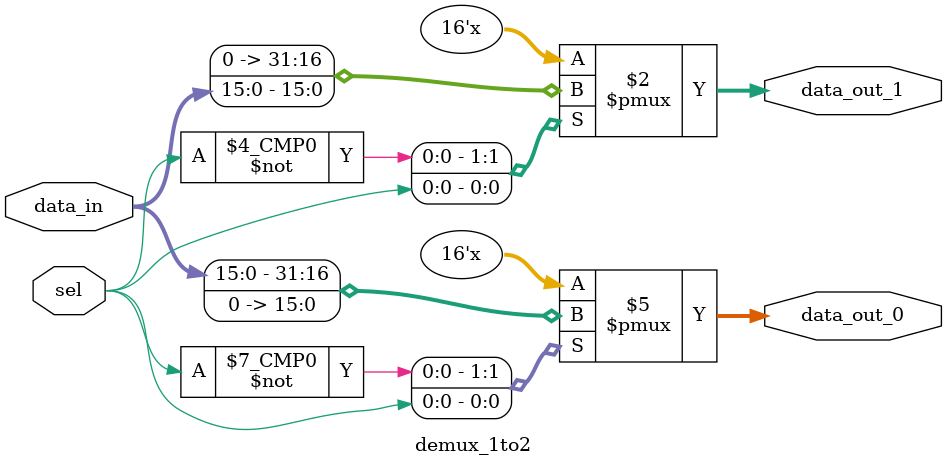
<source format=sv>
module demux_1to2 #(parameter WORD_SIZE = 16)
                   (input logic [WORD_SIZE - 1:0] data_in,
                    input logic sel,
                    output logic [WORD_SIZE - 1:0] data_out_0, data_out_1);

    always_comb begin
        case (sel)
            1'd0: begin 
                data_out_0 = data_in;
                data_out_1 = 16'b0000000000000000;
            end
            1'd1: begin 
                data_out_1 = data_in;
                data_out_0 = 16'b0000000000000000;
            end
        endcase
    end
endmodule

</source>
